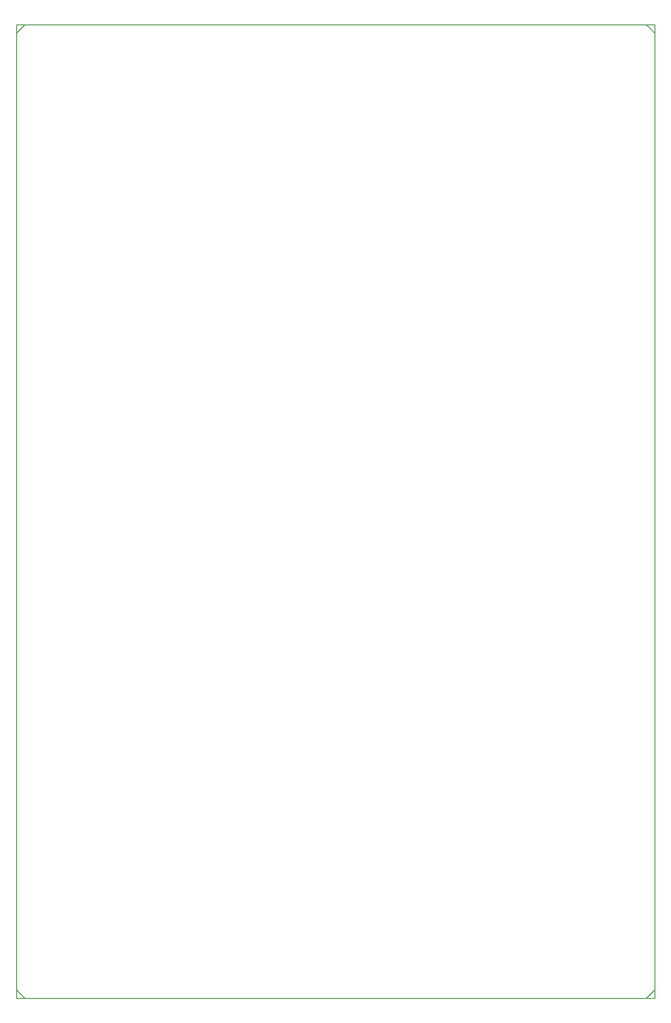
<source format=gko>
G04 Layer: BoardOutlineLayer*
G04 EasyEDA v6.5.34, 2023-09-21 20:05:10*
G04 25a6d9880ab04e118feb333d8ddcd0f2,9bdec9015a8d4a8fb4e1132389f24c00,10*
G04 Gerber Generator version 0.2*
G04 Scale: 100 percent, Rotated: No, Reflected: No *
G04 Dimensions in millimeters *
G04 leading zeros omitted , absolute positions ,4 integer and 5 decimal *
%FSLAX45Y45*%
%MOMM*%

%ADD10C,0.2540*%
D10*
X500123Y29500065D02*
G01*
X19499834Y29500065D01*
X19499834Y500123D01*
X500123Y500123D01*
X500123Y29500065D01*
X499998Y29499940D02*
G01*
X499998Y29249941D01*
X499998Y29249941D02*
G01*
X749998Y29499940D01*
X749998Y29499940D02*
G01*
X749998Y29499940D01*
X749998Y29499940D02*
G01*
X499998Y29499940D01*
X499998Y29499940D02*
G01*
X499998Y29499940D01*
X19499961Y29499940D02*
G01*
X19249961Y29499940D01*
X19249961Y29499940D02*
G01*
X19499961Y29249941D01*
X19499961Y29249941D02*
G01*
X19499961Y29249941D01*
X19499961Y29249941D02*
G01*
X19499961Y29499940D01*
X19499961Y29499940D02*
G01*
X19499961Y29499940D01*
X499998Y499998D02*
G01*
X749998Y499998D01*
X749998Y499998D02*
G01*
X499998Y749998D01*
X499998Y749998D02*
G01*
X499998Y749998D01*
X499998Y749998D02*
G01*
X499998Y499998D01*
X499998Y499998D02*
G01*
X499998Y499998D01*
X19499961Y499998D02*
G01*
X19499961Y749998D01*
X19499961Y749998D02*
G01*
X19249961Y499998D01*
X19249961Y499998D02*
G01*
X19249961Y499998D01*
X19249961Y499998D02*
G01*
X19499961Y499998D01*
X19499961Y499998D02*
G01*
X19499961Y499998D01*

%LPD*%
M02*

</source>
